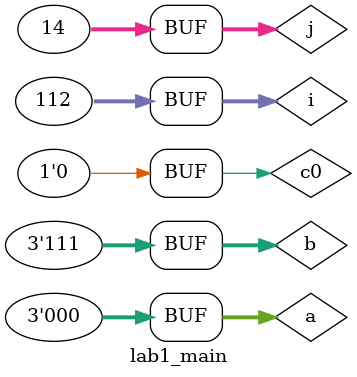
<source format=v>
`include "gates.v"
`include "adders.v"

module lab1_main();
	reg[2:0] a, b;
	reg c0;
	wire[2:0] s, s_gl, s_rca;
	wire c3, c3_gl, c3_rca;
	adder_rtl adder(c3, s, a, b, c0);
	cla_gl adder_gl(c3_gl, s_gl, a, b, c0);
	rca_gl adder_rca(c3_rca, s_rca, a, b, c0);
	
	// simulate
	integer i, j;
	initial begin
		
		// dump files for GTKWave to read
		$dumpfile("simulate.vcd");
		$dumpvars(0, lab1_main);
		
		// print a line if the listed variables change value
		$display("   time    a     b   c0   gl");
		$monitor("%7d / %b / %b / %b / %b%b",
			$time, a, b, c0, c3_gl, s_gl);
		
		// loop through all possible transitions
        i = 7'b1110000;
        j = 7'b0001110;
		{a, b, c0} <= 0;
        {a, b, c0} <= i;
        #100;
        {a, b, c0} <= j;
        #100;

	end
endmodule
</source>
